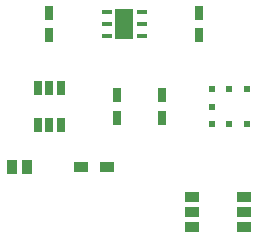
<source format=gtp>
G04 #@! TF.FileFunction,Paste,Top*
%FSLAX46Y46*%
G04 Gerber Fmt 4.6, Leading zero omitted, Abs format (unit mm)*
G04 Created by KiCad (PCBNEW 4.0.7-e2-6376~58~ubuntu17.04.1) date Fri Oct 27 10:19:20 2017*
%MOMM*%
%LPD*%
G01*
G04 APERTURE LIST*
%ADD10C,0.100000*%
%ADD11R,0.750000X1.200000*%
%ADD12R,0.970000X1.270000*%
%ADD13R,1.270000X0.970000*%
%ADD14R,1.200000X0.900000*%
%ADD15R,0.700000X1.300000*%
%ADD16R,0.600000X0.500000*%
%ADD17R,0.500000X0.600000*%
%ADD18R,0.850000X0.450000*%
%ADD19R,1.600000X2.500000*%
G04 APERTURE END LIST*
D10*
D11*
X168275000Y-113345000D03*
X168275000Y-111445000D03*
X177800000Y-120330000D03*
X177800000Y-118430000D03*
X180975000Y-113345000D03*
X180975000Y-111445000D03*
X173990000Y-120330000D03*
X173990000Y-118430000D03*
D12*
X165095000Y-124460000D03*
X166375000Y-124460000D03*
D13*
X184785000Y-127000000D03*
X184785000Y-128270000D03*
X184785000Y-129540000D03*
X180340000Y-127000000D03*
X180340000Y-128270000D03*
X180340000Y-129540000D03*
D14*
X170985000Y-124460000D03*
X173185000Y-124460000D03*
D15*
X167325000Y-120930000D03*
X168275000Y-120930000D03*
X169225000Y-120930000D03*
X169225000Y-117830000D03*
X168275000Y-117830000D03*
X167325000Y-117830000D03*
D16*
X182015000Y-120830000D03*
X183515000Y-120830000D03*
X185015000Y-120830000D03*
X185015000Y-117930000D03*
X183515000Y-117930000D03*
X182015000Y-117930000D03*
D17*
X182015000Y-119380000D03*
D18*
X173175000Y-111395000D03*
X173175000Y-112395000D03*
X173175000Y-113395000D03*
X176075000Y-113395000D03*
X176075000Y-112395000D03*
X176075000Y-111395000D03*
D19*
X174625000Y-112395000D03*
M02*

</source>
